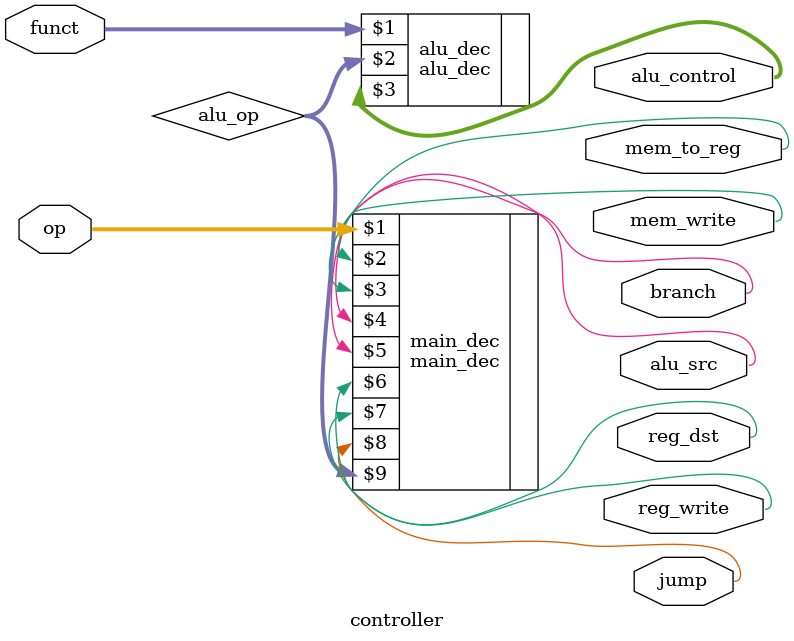
<source format=v>
module controller(
    input wire [5:0] op, funct,
    output wire mem_to_reg, mem_write,    
    output wire branch, alu_src,
    output wire reg_dst, reg_write,
    output wire jump,
    output wire [2:0] alu_control
);
wire [1:0] alu_op;

main_dec main_dec(op, mem_to_reg, mem_write, branch,
            alu_src, reg_dst, reg_write, jump, alu_op);
alu_dec alu_dec( funct, alu_op, alu_control);

endmodule


</source>
